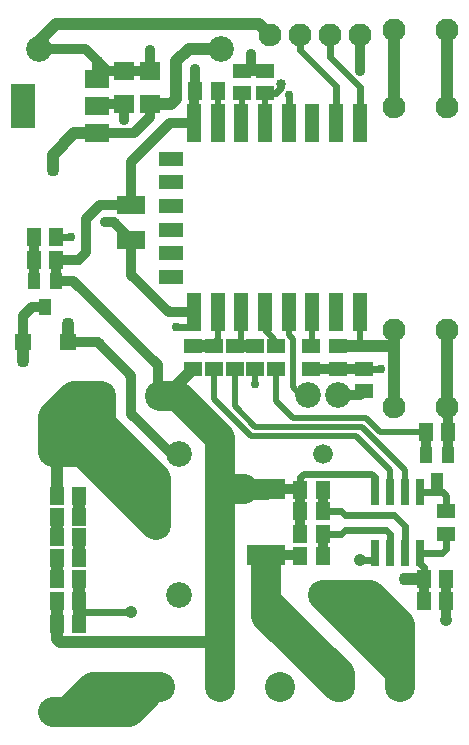
<source format=gbr>
G04 EAGLE Gerber X2 export*
G75*
%MOIN*%
%FSLAX25Y25*%
%LPD*%
%AMOC8*
5,1,8,0,0,1.08239X$1,22.5*%
G01*
%ADD10R,0.051181X0.059055*%
%ADD11R,0.070866X0.062992*%
%ADD12R,0.094488X0.062992*%
%ADD13R,0.055118X0.055118*%
%ADD14C,0.100000*%
%ADD15R,0.079000X0.059000*%
%ADD16R,0.079000X0.150000*%
%ADD17C,0.076000*%
%ADD18C,0.086000*%
%ADD19R,0.039370X0.055118*%
%ADD20R,0.125984X0.070866*%
%ADD21R,0.059055X0.051181*%
%ADD22C,0.100000*%
%ADD23C,0.066000*%
%ADD24R,0.050000X0.125000*%
%ADD25R,0.080000X0.050000*%
%ADD26R,0.028000X0.086614*%
%ADD27C,0.040000*%
%ADD28C,0.024000*%
%ADD29C,0.041339*%
%ADD30C,0.032000*%
%ADD31C,0.071000*%
%ADD32C,0.020000*%
%ADD33C,0.029780*%
%ADD34C,0.033465*%
%ADD35C,0.043307*%
%ADD36C,0.006000*%


D10*
X24990Y40000D03*
X17510Y40000D03*
D11*
X40000Y224262D03*
X40000Y213238D03*
D10*
X106240Y70000D03*
X98760Y70000D03*
D12*
X42500Y167844D03*
X42500Y179656D03*
D10*
X106240Y84375D03*
X98760Y84375D03*
X140010Y47500D03*
X147490Y47500D03*
X140010Y55000D03*
X147490Y55000D03*
D11*
X48750Y224262D03*
X48750Y213238D03*
D13*
X21230Y133750D03*
X6270Y133750D03*
D14*
X16250Y10450D02*
X26250Y10450D01*
X26250Y97050D02*
X16250Y97050D01*
D15*
X31150Y221400D03*
X31150Y212400D03*
X31150Y203400D03*
D16*
X6350Y212500D03*
D17*
X118750Y236250D03*
X108750Y236250D03*
X98750Y236250D03*
X88750Y236250D03*
D18*
X101250Y116250D03*
X111250Y116250D03*
D19*
X13750Y145669D03*
X17490Y154331D03*
X10010Y154331D03*
X144375Y87544D03*
X148115Y96206D03*
X140635Y96206D03*
D10*
X98760Y77500D03*
X106240Y77500D03*
D20*
X87500Y84774D03*
X87500Y62726D03*
D21*
X76875Y125010D03*
X76875Y132490D03*
X70000Y125010D03*
X70000Y132490D03*
X63125Y132490D03*
X63125Y125010D03*
X83750Y132490D03*
X83750Y125010D03*
X147500Y70010D03*
X147500Y77490D03*
D10*
X10010Y161250D03*
X17490Y161250D03*
D21*
X102500Y125010D03*
X102500Y132490D03*
X111250Y125010D03*
X111250Y132490D03*
D10*
X71240Y217500D03*
X63760Y217500D03*
X98760Y62500D03*
X106240Y62500D03*
D21*
X79375Y224365D03*
X79375Y216885D03*
X120000Y124990D03*
X120000Y117510D03*
X86875Y224365D03*
X86875Y216885D03*
D10*
X17490Y168750D03*
X10010Y168750D03*
D21*
X90625Y132490D03*
X90625Y125010D03*
D10*
X140635Y103750D03*
X148115Y103750D03*
X24990Y82500D03*
X17510Y82500D03*
X17510Y75625D03*
X24990Y75625D03*
X24990Y68750D03*
X17510Y68750D03*
X17510Y61875D03*
X24990Y61875D03*
X24990Y55000D03*
X17510Y55000D03*
X17510Y47500D03*
X24990Y47500D03*
D18*
X58386Y49390D03*
D22*
X50512Y73012D03*
D18*
X58386Y96634D03*
D22*
X106417Y49390D03*
D23*
X106417Y96634D03*
D17*
X129850Y212200D03*
X147650Y212200D03*
X129850Y237800D03*
X147650Y237800D03*
X129850Y112200D03*
X147650Y112200D03*
X129850Y137800D03*
X147650Y137800D03*
D22*
X51949Y115876D03*
X32264Y115876D03*
D18*
X11791Y231624D03*
X72421Y231624D03*
D24*
X63406Y143750D03*
X71280Y143750D03*
X79154Y143750D03*
X87028Y143750D03*
X94902Y143750D03*
X102776Y143750D03*
X110650Y143750D03*
X118524Y143750D03*
X63406Y206742D03*
X71280Y206742D03*
X79154Y206742D03*
X87028Y206742D03*
X94902Y206742D03*
X102776Y206742D03*
X110650Y206742D03*
X118524Y206742D03*
D25*
X55531Y155561D03*
X55531Y163435D03*
X55531Y171309D03*
X55531Y179183D03*
X55531Y187057D03*
X55531Y194931D03*
D26*
X138750Y63514D03*
X133750Y63514D03*
X128750Y63514D03*
X123750Y63514D03*
X123750Y83986D03*
X128750Y83986D03*
X133750Y83986D03*
X138750Y83986D03*
D22*
X51875Y18750D03*
X71875Y18750D03*
X91875Y18750D03*
X111875Y18750D03*
X131875Y18750D03*
D27*
X24990Y47500D02*
X24990Y55000D01*
D28*
X123750Y61250D02*
X123750Y63514D01*
X123750Y61250D02*
X118750Y61250D01*
D29*
X118750Y61250D03*
X42500Y43750D03*
D28*
X25000Y43750D01*
X24990Y43760D01*
X24990Y47500D01*
D27*
X24990Y40000D01*
D30*
X106240Y62500D02*
X106240Y70000D01*
D28*
X128750Y70000D02*
X128750Y63514D01*
X128750Y70000D02*
X127500Y71250D01*
X113750Y71250D01*
X112500Y70000D01*
X106240Y70000D01*
D30*
X106240Y77500D02*
X106240Y84375D01*
D28*
X133750Y72500D02*
X133750Y63514D01*
X113750Y76250D02*
X112500Y77500D01*
X106240Y77500D01*
X130000Y76250D02*
X133750Y72500D01*
X130000Y76250D02*
X113750Y76250D01*
D27*
X24990Y68750D02*
X24990Y61875D01*
X17510Y68750D02*
X17510Y75625D01*
X24990Y75625D02*
X24990Y82500D01*
D14*
X71875Y33750D02*
X71875Y18750D01*
X71875Y33750D02*
X71875Y83750D01*
D31*
X80226Y84774D02*
X87500Y84774D01*
X80226Y84774D02*
X80000Y85000D01*
D14*
X73125Y85000D01*
X71875Y83750D01*
D30*
X87500Y84774D02*
X98361Y84774D01*
X98760Y84375D01*
X98760Y77500D02*
X98760Y70000D01*
X98760Y77500D02*
X98760Y84375D01*
D27*
X17510Y47500D02*
X17510Y40000D01*
X17510Y34990D01*
X18750Y33750D01*
X71875Y33750D01*
D28*
X123750Y83986D02*
X123750Y88750D01*
X122500Y90000D01*
X100000Y90000D02*
X98750Y88750D01*
X98750Y84385D01*
X98760Y84375D01*
X100000Y90000D02*
X122500Y90000D01*
D30*
X147490Y55000D02*
X147490Y47500D01*
X148115Y96206D02*
X148115Y103750D01*
X148115Y111735D01*
X147650Y112200D01*
D29*
X147500Y41250D03*
D30*
X147500Y47490D01*
X147490Y47500D01*
D27*
X147650Y112200D02*
X147650Y137800D01*
D14*
X57874Y115876D02*
X51949Y115876D01*
X71875Y101875D02*
X71875Y83750D01*
X71875Y101875D02*
X57874Y115876D01*
D27*
X53991Y115876D02*
X63125Y125010D01*
X53991Y115876D02*
X51949Y115876D01*
D32*
X83750Y120000D02*
X83750Y125010D01*
D33*
X83750Y120000D03*
D27*
X147650Y212200D02*
X147650Y237800D01*
D30*
X42500Y193750D02*
X42500Y179656D01*
X55492Y206742D02*
X63406Y206742D01*
X55492Y206742D02*
X42500Y193750D01*
X63406Y217146D02*
X63760Y217500D01*
X63406Y217146D02*
X63406Y206742D01*
X17490Y161250D02*
X17490Y154331D01*
X23169Y154331D01*
X51250Y126250D01*
X51250Y116575D01*
X51949Y115876D01*
X25000Y161250D02*
X17490Y161250D01*
X25000Y161250D02*
X27500Y163750D01*
X27500Y175000D01*
X32156Y179656D02*
X42500Y179656D01*
X32156Y179656D02*
X27500Y175000D01*
X27126Y231624D02*
X11791Y231624D01*
X27126Y231624D02*
X31250Y227500D01*
X31150Y227400D01*
X31150Y221400D01*
X40000Y224262D02*
X48750Y224262D01*
X40000Y224262D02*
X34488Y224262D01*
X31250Y227500D01*
D27*
X85000Y240000D02*
X88750Y236250D01*
X85000Y240000D02*
X17500Y240000D01*
X11791Y234291D01*
X11791Y231624D01*
D30*
X63760Y224990D02*
X63760Y217500D01*
D28*
X63760Y224990D02*
X63750Y225000D01*
D34*
X63750Y225000D03*
X48750Y231250D03*
D30*
X48750Y224262D01*
D28*
X138750Y63514D02*
X138750Y60000D01*
X140010Y58740D02*
X140010Y55000D01*
X140010Y58740D02*
X138750Y60000D01*
D30*
X140010Y55000D02*
X140010Y47500D01*
D28*
X138750Y63514D02*
X146014Y63514D01*
X147500Y65000D02*
X147500Y70010D01*
X147500Y65000D02*
X146014Y63514D01*
D27*
X140010Y55000D02*
X133750Y55000D01*
D35*
X133750Y55000D03*
D30*
X31250Y133750D02*
X21230Y133750D01*
X42500Y122500D02*
X42500Y110000D01*
X55866Y96634D01*
X58386Y96634D01*
X42500Y122500D02*
X31250Y133750D01*
X31150Y203400D02*
X43400Y203400D01*
X48750Y208750D01*
X48750Y213238D01*
D27*
X31150Y203400D02*
X23400Y203400D01*
X16250Y196250D02*
X16250Y191250D01*
D35*
X16250Y191250D03*
X21250Y140000D03*
D27*
X21250Y133770D01*
X21230Y133750D01*
X16250Y196250D02*
X23400Y203400D01*
X61624Y231624D02*
X72421Y231624D01*
X61624Y231624D02*
X57500Y227500D01*
X57500Y215000D01*
X55738Y213238D02*
X48750Y213238D01*
X55738Y213238D02*
X57500Y215000D01*
D30*
X102500Y125010D02*
X111250Y125010D01*
X111270Y124990D01*
X120000Y124990D01*
D28*
X125615Y124990D01*
X125625Y125000D01*
D33*
X125625Y125000D03*
X57500Y138750D03*
D28*
X63750Y138750D01*
X63406Y139094D01*
X63406Y143750D01*
D30*
X42500Y156250D02*
X42500Y167844D01*
X42500Y156250D02*
X55000Y143750D01*
X63406Y143750D01*
X79375Y224365D02*
X82500Y224365D01*
X86875Y224365D01*
X31988Y213238D02*
X31150Y212400D01*
X31988Y213238D02*
X40000Y213238D01*
X40000Y207812D01*
D34*
X40000Y207812D03*
X82500Y230000D03*
D30*
X82500Y224365D01*
X36594Y173750D02*
X42500Y167844D01*
X36594Y173750D02*
X33750Y173750D01*
D34*
X33750Y173750D03*
D30*
X118750Y224252D02*
X118750Y236250D01*
D34*
X118750Y224252D03*
D32*
X102776Y143750D02*
X102776Y132766D01*
D30*
X102500Y132490D01*
D32*
X79375Y209375D02*
X79375Y216885D01*
X79375Y209375D02*
X78750Y208750D01*
D36*
X79154Y209154D02*
X79154Y206742D01*
X79154Y209154D02*
X79375Y209375D01*
D28*
X108750Y228750D02*
X108750Y236250D01*
X118524Y218976D02*
X118524Y206742D01*
X118524Y218976D02*
X108750Y228750D01*
X98750Y231250D02*
X98750Y236250D01*
X110650Y219350D02*
X110650Y206742D01*
X110650Y219350D02*
X98750Y231250D01*
D32*
X76875Y125010D02*
X76875Y112375D01*
X83750Y105500D01*
X119500Y105500D01*
X133750Y91250D01*
X133750Y83986D01*
X70000Y115000D02*
X70000Y125010D01*
X70000Y115000D02*
X82500Y102500D01*
X117500Y102500D02*
X128750Y91250D01*
X128750Y83986D01*
X117500Y102500D02*
X82500Y102500D01*
D27*
X70000Y132490D02*
X63125Y132490D01*
D30*
X71250Y143720D02*
X71280Y143750D01*
X71250Y133740D02*
X70000Y132490D01*
D32*
X71250Y133740D02*
X71250Y143720D01*
D28*
X138750Y83986D02*
X138986Y83750D01*
X146250Y83750D02*
X147500Y82500D01*
X147500Y77490D01*
X145000Y83750D02*
X138986Y83750D01*
X145000Y83750D02*
X146250Y83750D01*
X144375Y84375D02*
X144375Y87544D01*
X144375Y84375D02*
X145000Y83750D01*
D30*
X140635Y96206D02*
X140635Y103750D01*
D32*
X90625Y114125D02*
X90625Y125010D01*
X90625Y114125D02*
X96250Y108500D01*
X120743Y108500D01*
X125493Y103750D01*
X140635Y103750D01*
D27*
X78750Y132490D02*
X76875Y132490D01*
X78750Y132490D02*
X83750Y132490D01*
D32*
X79154Y132894D02*
X79154Y143750D01*
D30*
X79154Y132894D02*
X78750Y132490D01*
D27*
X129850Y212200D02*
X129850Y237800D01*
D32*
X86875Y216885D02*
X86875Y206895D01*
X87028Y206742D01*
D28*
X86875Y216885D02*
X90635Y216885D01*
X92500Y218750D02*
X92500Y220000D01*
D34*
X92500Y220000D03*
D28*
X92500Y218750D02*
X90635Y216885D01*
D32*
X90000Y133115D02*
X90625Y132490D01*
X90000Y133115D02*
X90000Y135000D01*
X87028Y137972D01*
X87028Y143750D01*
X118524Y143750D02*
X118524Y132717D01*
D30*
X111250Y132490D01*
D27*
X129850Y132500D02*
X129850Y112200D01*
X129850Y132500D02*
X129850Y137800D01*
X118760Y132500D02*
X111250Y132490D01*
X118760Y132500D02*
X129850Y132500D01*
D35*
X6250Y127500D03*
D27*
X6250Y133730D01*
X6270Y133750D01*
D30*
X6270Y142520D01*
X9419Y145669D02*
X13750Y145669D01*
X9419Y145669D02*
X6270Y142520D01*
D32*
X71280Y217461D02*
X71240Y217500D01*
X71280Y217461D02*
X71280Y206742D01*
D30*
X10010Y161250D02*
X10010Y154331D01*
X10010Y161250D02*
X10010Y168750D01*
D28*
X94902Y206742D02*
X94902Y216152D01*
X95000Y216250D01*
D33*
X95000Y216250D03*
X22500Y168750D03*
D28*
X17490Y168750D01*
D30*
X111250Y116250D02*
X118740Y116250D01*
X120000Y117510D01*
D27*
X17510Y61875D02*
X17510Y55000D01*
D28*
X95000Y143652D02*
X94902Y143750D01*
D32*
X95000Y136250D02*
X96250Y135000D01*
X96250Y118750D01*
X98750Y116250D01*
X101250Y116250D01*
X95000Y136250D02*
X95000Y143652D01*
D14*
X131875Y39375D02*
X131875Y29375D01*
X131875Y18750D01*
X121860Y49390D02*
X106417Y49390D01*
X121860Y49390D02*
X131875Y39375D01*
X113307Y42500D02*
X106417Y49390D01*
X113307Y42500D02*
X118750Y42500D01*
X111860Y49390D01*
X106417Y49390D01*
X118750Y42500D02*
X131875Y29375D01*
X131875Y23932D02*
X113307Y42500D01*
X131875Y23932D02*
X131875Y18750D01*
X50512Y73012D02*
X32264Y91260D01*
X26474Y97050D01*
X21250Y97050D01*
X32264Y110000D02*
X32264Y115876D01*
X32264Y106486D02*
X32264Y100236D01*
X32264Y91260D01*
D27*
X17510Y93310D02*
X17510Y82500D01*
X17510Y93310D02*
X21250Y97050D01*
D14*
X23376Y115876D02*
X32264Y115876D01*
X16250Y108750D02*
X16250Y107500D01*
X16250Y97500D01*
X16250Y108750D02*
X23376Y115876D01*
X26474Y110086D02*
X32264Y115876D01*
X26474Y110086D02*
X26474Y97050D01*
X21250Y102500D02*
X16250Y107500D01*
X21250Y102500D02*
X21250Y97050D01*
X50512Y81988D02*
X50512Y73012D01*
X50512Y81988D02*
X32264Y100236D01*
X50512Y88238D02*
X50512Y81988D01*
X32264Y106486D02*
X32264Y110000D01*
X32264Y106486D02*
X50512Y88238D01*
D31*
X87500Y62726D02*
X87500Y60000D01*
D14*
X87500Y47500D01*
X111875Y23125D02*
X111875Y18750D01*
X111875Y23125D02*
X87500Y47500D01*
D30*
X87500Y62726D02*
X98533Y62726D01*
X98760Y62500D01*
D14*
X87500Y47500D02*
X87500Y42500D01*
X111250Y18750D02*
X111875Y18750D01*
X111250Y18750D02*
X87500Y42500D01*
X29550Y18750D02*
X21250Y10450D01*
X29550Y18750D02*
X51875Y18750D01*
X41700Y10450D02*
X21250Y10450D01*
X41700Y10450D02*
X47500Y16250D01*
X27050Y16250D01*
X21250Y10450D01*
M02*

</source>
